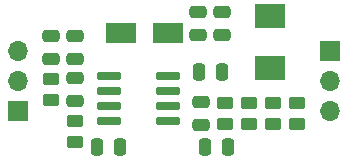
<source format=gts>
G04 #@! TF.GenerationSoftware,KiCad,Pcbnew,(6.0.4)*
G04 #@! TF.CreationDate,2022-05-06T11:38:26-05:00*
G04 #@! TF.ProjectId,12v_buck_converter,3132765f-6275-4636-9b5f-636f6e766572,rev?*
G04 #@! TF.SameCoordinates,Original*
G04 #@! TF.FileFunction,Soldermask,Top*
G04 #@! TF.FilePolarity,Negative*
%FSLAX46Y46*%
G04 Gerber Fmt 4.6, Leading zero omitted, Abs format (unit mm)*
G04 Created by KiCad (PCBNEW (6.0.4)) date 2022-05-06 11:38:26*
%MOMM*%
%LPD*%
G01*
G04 APERTURE LIST*
G04 Aperture macros list*
%AMRoundRect*
0 Rectangle with rounded corners*
0 $1 Rounding radius*
0 $2 $3 $4 $5 $6 $7 $8 $9 X,Y pos of 4 corners*
0 Add a 4 corners polygon primitive as box body*
4,1,4,$2,$3,$4,$5,$6,$7,$8,$9,$2,$3,0*
0 Add four circle primitives for the rounded corners*
1,1,$1+$1,$2,$3*
1,1,$1+$1,$4,$5*
1,1,$1+$1,$6,$7*
1,1,$1+$1,$8,$9*
0 Add four rect primitives between the rounded corners*
20,1,$1+$1,$2,$3,$4,$5,0*
20,1,$1+$1,$4,$5,$6,$7,0*
20,1,$1+$1,$6,$7,$8,$9,0*
20,1,$1+$1,$8,$9,$2,$3,0*%
G04 Aperture macros list end*
%ADD10RoundRect,0.250000X-0.475000X0.250000X-0.475000X-0.250000X0.475000X-0.250000X0.475000X0.250000X0*%
%ADD11R,1.700000X1.700000*%
%ADD12O,1.700000X1.700000*%
%ADD13RoundRect,0.250000X-0.250000X-0.475000X0.250000X-0.475000X0.250000X0.475000X-0.250000X0.475000X0*%
%ADD14RoundRect,0.250000X0.475000X-0.250000X0.475000X0.250000X-0.475000X0.250000X-0.475000X-0.250000X0*%
%ADD15RoundRect,0.250000X-0.450000X0.262500X-0.450000X-0.262500X0.450000X-0.262500X0.450000X0.262500X0*%
%ADD16R,2.500000X2.000000*%
%ADD17RoundRect,0.042000X-0.943000X-0.258000X0.943000X-0.258000X0.943000X0.258000X-0.943000X0.258000X0*%
%ADD18RoundRect,0.250000X0.450000X-0.262500X0.450000X0.262500X-0.450000X0.262500X-0.450000X-0.262500X0*%
%ADD19R,2.500000X1.800000*%
%ADD20RoundRect,0.250000X0.250000X0.475000X-0.250000X0.475000X-0.250000X-0.475000X0.250000X-0.475000X0*%
G04 APERTURE END LIST*
D10*
X69088000Y-101666000D03*
X69088000Y-103566000D03*
D11*
X78184000Y-104960000D03*
D12*
X78184000Y-107500000D03*
X78184000Y-110040000D03*
D13*
X67630000Y-113030000D03*
X69530000Y-113030000D03*
D14*
X56642000Y-105598000D03*
X56642000Y-103698000D03*
X54610000Y-105598000D03*
X54610000Y-103698000D03*
D11*
X51816000Y-110040000D03*
D12*
X51816000Y-107500000D03*
X51816000Y-104960000D03*
D10*
X56642000Y-107254000D03*
X56642000Y-109154000D03*
D14*
X67310000Y-111186000D03*
X67310000Y-109286000D03*
D15*
X73406000Y-109323500D03*
X73406000Y-111148500D03*
D16*
X73152000Y-106340000D03*
X73152000Y-101940000D03*
D15*
X75390000Y-109323500D03*
X75390000Y-111148500D03*
D17*
X59506000Y-107061000D03*
X59506000Y-108331000D03*
X59506000Y-109601000D03*
X59506000Y-110871000D03*
X64446000Y-110871000D03*
X64446000Y-109601000D03*
X64446000Y-108331000D03*
X64446000Y-107061000D03*
D15*
X56642000Y-110847500D03*
X56642000Y-112672500D03*
D10*
X67056000Y-101666000D03*
X67056000Y-103566000D03*
D18*
X71374000Y-111148500D03*
X71374000Y-109323500D03*
D19*
X64484000Y-103378000D03*
X60484000Y-103378000D03*
D15*
X54610000Y-107291500D03*
X54610000Y-109116500D03*
D13*
X58486000Y-113030000D03*
X60386000Y-113030000D03*
D18*
X69342000Y-111148500D03*
X69342000Y-109323500D03*
D20*
X69022000Y-106680000D03*
X67122000Y-106680000D03*
M02*

</source>
